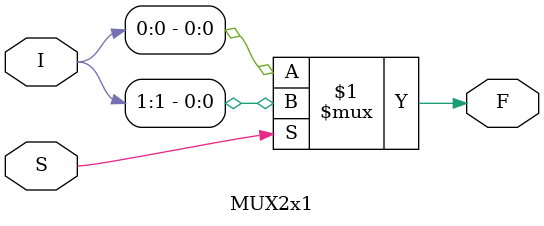
<source format=v>
module MUX2x1(I,S,F);
input [1:0]I; input S; output F;
assign F = S?I[1]:I[0];
endmodule

</source>
